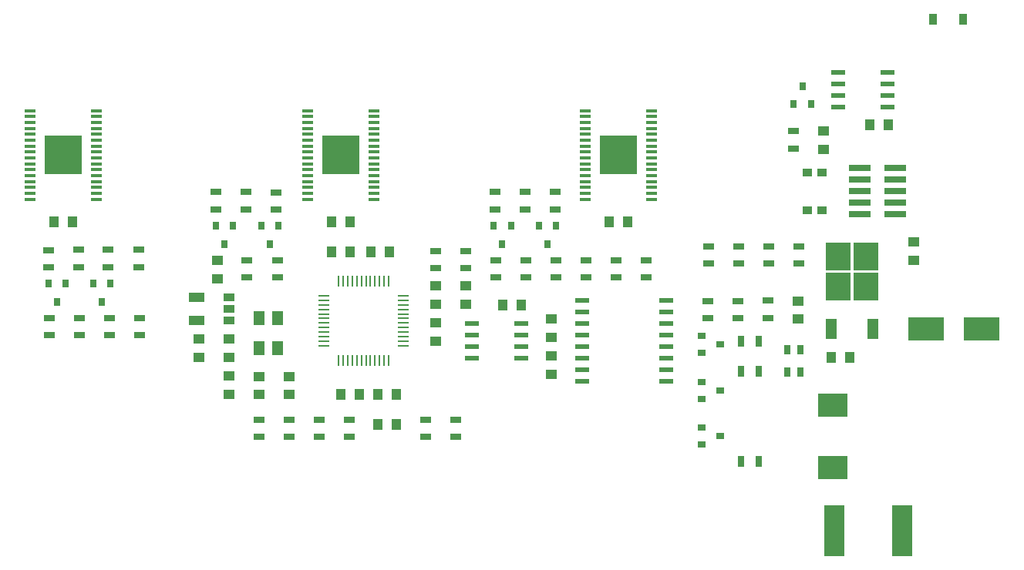
<source format=gbr>
G04 #@! TF.FileFunction,Paste,Top*
%FSLAX46Y46*%
G04 Gerber Fmt 4.6, Leading zero omitted, Abs format (unit mm)*
G04 Created by KiCad (PCBNEW 4.0.7) date Sunday, February 18, 2018 'AMt' 02:02:14 AM*
%MOMM*%
%LPD*%
G01*
G04 APERTURE LIST*
%ADD10C,0.100000*%
%ADD11R,2.300000X5.600000*%
%ADD12R,1.250000X1.000000*%
%ADD13R,1.000000X1.250000*%
%ADD14R,2.400000X0.740000*%
%ADD15R,0.800000X0.900000*%
%ADD16R,0.900000X0.800000*%
%ADD17R,1.300000X0.700000*%
%ADD18R,0.700000X1.300000*%
%ADD19R,1.000000X0.900000*%
%ADD20R,1.300000X0.250000*%
%ADD21R,0.250000X1.300000*%
%ADD22R,1.200000X0.400000*%
%ADD23R,4.110000X4.360000*%
%ADD24R,1.200000X2.200000*%
%ADD25R,2.750000X3.050000*%
%ADD26R,1.500000X0.600000*%
%ADD27R,1.550000X0.600000*%
%ADD28R,4.000000X2.500000*%
%ADD29R,1.800000X1.000000*%
%ADD30R,1.300000X1.600000*%
%ADD31R,0.800000X1.000000*%
%ADD32R,1.270000X0.970000*%
%ADD33R,0.900000X1.200000*%
%ADD34R,3.300000X2.500000*%
G04 APERTURE END LIST*
D10*
D11*
X198975000Y-140970000D03*
X206375000Y-140970000D03*
D12*
X129142000Y-121861000D03*
X129142000Y-119861000D03*
X131174000Y-111257000D03*
X131174000Y-113257000D03*
X132444000Y-125925000D03*
X132444000Y-123925000D03*
X132444000Y-121893000D03*
X132444000Y-119893000D03*
X167877000Y-121766000D03*
X167877000Y-123766000D03*
X197739000Y-97028000D03*
X197739000Y-99028000D03*
X139065000Y-125984000D03*
X139065000Y-123984000D03*
X155177000Y-114051000D03*
X155177000Y-116051000D03*
D13*
X143779000Y-110336000D03*
X145779000Y-110336000D03*
X150859000Y-125957000D03*
X148859000Y-125957000D03*
D12*
X135763000Y-125984000D03*
X135763000Y-123984000D03*
X158479000Y-114051000D03*
X158479000Y-116051000D03*
D13*
X150859000Y-129259000D03*
X148859000Y-129259000D03*
X144795000Y-125957000D03*
X146795000Y-125957000D03*
X148065000Y-110336000D03*
X150065000Y-110336000D03*
D12*
X155177000Y-120115000D03*
X155177000Y-118115000D03*
D13*
X143779000Y-107034000D03*
X145779000Y-107034000D03*
X174259000Y-107034000D03*
X176259000Y-107034000D03*
D14*
X201713000Y-101092000D03*
X205613000Y-101092000D03*
X201713000Y-102362000D03*
X205613000Y-102362000D03*
X201713000Y-103632000D03*
X205613000Y-103632000D03*
X201713000Y-104902000D03*
X205613000Y-104902000D03*
X201713000Y-106172000D03*
X205613000Y-106172000D03*
D15*
X194503000Y-94075000D03*
X196403000Y-94075000D03*
X195453000Y-92075000D03*
D16*
X184387000Y-119485000D03*
X184387000Y-121385000D03*
X186387000Y-120435000D03*
X184387000Y-124565000D03*
X184387000Y-126465000D03*
X186387000Y-125515000D03*
D15*
X114532000Y-113765000D03*
X112632000Y-113765000D03*
X113582000Y-115765000D03*
X119485000Y-113765000D03*
X117585000Y-113765000D03*
X118535000Y-115765000D03*
X163432000Y-107415000D03*
X161532000Y-107415000D03*
X162482000Y-109415000D03*
X168385000Y-107415000D03*
X166485000Y-107415000D03*
X167435000Y-109415000D03*
X132947000Y-107415000D03*
X131047000Y-107415000D03*
X131997000Y-109415000D03*
D17*
X194437000Y-97033000D03*
X194437000Y-98933000D03*
D18*
X190610000Y-120115000D03*
X188710000Y-120115000D03*
X188710000Y-123417000D03*
X190610000Y-123417000D03*
X188710000Y-133323000D03*
X190610000Y-133323000D03*
D17*
X185022000Y-115675000D03*
X185022000Y-117575000D03*
X188324000Y-115675000D03*
X188324000Y-117575000D03*
X191626000Y-115670000D03*
X191626000Y-117570000D03*
X195055000Y-109701000D03*
X195055000Y-111601000D03*
X185149000Y-111601000D03*
X185149000Y-109701000D03*
X188451000Y-109701000D03*
X188451000Y-111601000D03*
X135746000Y-128751000D03*
X135746000Y-130651000D03*
X139048000Y-128751000D03*
X139048000Y-130651000D03*
X142350000Y-128751000D03*
X142350000Y-130651000D03*
X145652000Y-128756000D03*
X145652000Y-130656000D03*
X154034000Y-128751000D03*
X154034000Y-130651000D03*
X157336000Y-128751000D03*
X157336000Y-130651000D03*
X191748000Y-109706000D03*
X191748000Y-111606000D03*
X158479000Y-112114000D03*
X158479000Y-110214000D03*
X155177000Y-112109000D03*
X155177000Y-110209000D03*
X122538000Y-111982000D03*
X122538000Y-110082000D03*
X122665000Y-117580000D03*
X122665000Y-119480000D03*
X112759000Y-117580000D03*
X112759000Y-119480000D03*
X116061000Y-117580000D03*
X116061000Y-119480000D03*
X112632000Y-111987000D03*
X112632000Y-110087000D03*
X115934000Y-111982000D03*
X115934000Y-110082000D03*
X119231000Y-111982000D03*
X119231000Y-110082000D03*
X119363000Y-117575000D03*
X119363000Y-119475000D03*
X161798000Y-111225000D03*
X161798000Y-113125000D03*
X161654000Y-105632000D03*
X161654000Y-103732000D03*
X164956000Y-105632000D03*
X164956000Y-103732000D03*
X168258000Y-105632000D03*
X168258000Y-103732000D03*
X165100000Y-111225000D03*
X165100000Y-113125000D03*
X134471000Y-111230000D03*
X134471000Y-113130000D03*
X131047000Y-105632000D03*
X131047000Y-103732000D03*
X134349000Y-105632000D03*
X134349000Y-103732000D03*
X137651000Y-105637000D03*
X137651000Y-103737000D03*
D19*
X196012000Y-105700000D03*
X197612000Y-105700000D03*
X196012000Y-101600000D03*
X197612000Y-101600000D03*
D20*
X142917000Y-115111000D03*
X142917000Y-115611000D03*
X142917000Y-116111000D03*
X142917000Y-116611000D03*
X142917000Y-117111000D03*
X142917000Y-117611000D03*
X142917000Y-118111000D03*
X142917000Y-118611000D03*
X142917000Y-119111000D03*
X142917000Y-119611000D03*
X142917000Y-120111000D03*
X142917000Y-120611000D03*
D21*
X144517000Y-122211000D03*
X145017000Y-122211000D03*
X145517000Y-122211000D03*
X146017000Y-122211000D03*
X146517000Y-122211000D03*
X147017000Y-122211000D03*
X147517000Y-122211000D03*
X148017000Y-122211000D03*
X148517000Y-122211000D03*
X149017000Y-122211000D03*
X149517000Y-122211000D03*
X150017000Y-122211000D03*
D20*
X151617000Y-120611000D03*
X151617000Y-120111000D03*
X151617000Y-119611000D03*
X151617000Y-119111000D03*
X151617000Y-118611000D03*
X151617000Y-118111000D03*
X151617000Y-117611000D03*
X151617000Y-117111000D03*
X151617000Y-116611000D03*
X151617000Y-116111000D03*
X151617000Y-115611000D03*
X151617000Y-115111000D03*
D21*
X150017000Y-113511000D03*
X149517000Y-113511000D03*
X149017000Y-113511000D03*
X148517000Y-113511000D03*
X148017000Y-113511000D03*
X147517000Y-113511000D03*
X147017000Y-113511000D03*
X146517000Y-113511000D03*
X146017000Y-113511000D03*
X145517000Y-113511000D03*
X145017000Y-113511000D03*
X144517000Y-113511000D03*
D22*
X117918000Y-104521200D03*
X117918000Y-103871200D03*
X117918000Y-103221200D03*
X117918000Y-102571200D03*
X117918000Y-101921200D03*
X117918000Y-101271200D03*
X117918000Y-100621200D03*
X117918000Y-99971200D03*
X117918000Y-99321200D03*
X117918000Y-98671200D03*
X117918000Y-98021200D03*
X117918000Y-97371200D03*
X117918000Y-96721200D03*
X117918000Y-96071200D03*
X117918000Y-95421200D03*
X117918000Y-94771200D03*
X110618000Y-94771200D03*
X110618000Y-95421200D03*
X110618000Y-96071200D03*
X110618000Y-96721200D03*
X110618000Y-97371200D03*
X110618000Y-98021200D03*
X110618000Y-98671200D03*
X110618000Y-99321200D03*
X110618000Y-99971200D03*
X110618000Y-100621200D03*
X110618000Y-101271200D03*
X110618000Y-101921200D03*
X110618000Y-102571200D03*
X110618000Y-103221200D03*
X110618000Y-103871200D03*
X110618000Y-104521200D03*
D23*
X114268000Y-99646200D03*
D22*
X148398000Y-104521200D03*
X148398000Y-103871200D03*
X148398000Y-103221200D03*
X148398000Y-102571200D03*
X148398000Y-101921200D03*
X148398000Y-101271200D03*
X148398000Y-100621200D03*
X148398000Y-99971200D03*
X148398000Y-99321200D03*
X148398000Y-98671200D03*
X148398000Y-98021200D03*
X148398000Y-97371200D03*
X148398000Y-96721200D03*
X148398000Y-96071200D03*
X148398000Y-95421200D03*
X148398000Y-94771200D03*
X141098000Y-94771200D03*
X141098000Y-95421200D03*
X141098000Y-96071200D03*
X141098000Y-96721200D03*
X141098000Y-97371200D03*
X141098000Y-98021200D03*
X141098000Y-98671200D03*
X141098000Y-99321200D03*
X141098000Y-99971200D03*
X141098000Y-100621200D03*
X141098000Y-101271200D03*
X141098000Y-101921200D03*
X141098000Y-102571200D03*
X141098000Y-103221200D03*
X141098000Y-103871200D03*
X141098000Y-104521200D03*
D23*
X144748000Y-99646200D03*
D22*
X178878000Y-104521200D03*
X178878000Y-103871200D03*
X178878000Y-103221200D03*
X178878000Y-102571200D03*
X178878000Y-101921200D03*
X178878000Y-101271200D03*
X178878000Y-100621200D03*
X178878000Y-99971200D03*
X178878000Y-99321200D03*
X178878000Y-98671200D03*
X178878000Y-98021200D03*
X178878000Y-97371200D03*
X178878000Y-96721200D03*
X178878000Y-96071200D03*
X178878000Y-95421200D03*
X178878000Y-94771200D03*
X171578000Y-94771200D03*
X171578000Y-95421200D03*
X171578000Y-96071200D03*
X171578000Y-96721200D03*
X171578000Y-97371200D03*
X171578000Y-98021200D03*
X171578000Y-98671200D03*
X171578000Y-99321200D03*
X171578000Y-99971200D03*
X171578000Y-100621200D03*
X171578000Y-101271200D03*
X171578000Y-101921200D03*
X171578000Y-102571200D03*
X171578000Y-103221200D03*
X171578000Y-103871200D03*
X171578000Y-104521200D03*
D23*
X175228000Y-99646200D03*
D24*
X198640000Y-118745000D03*
X203200000Y-118745000D03*
D25*
X202445000Y-110770000D03*
X199395000Y-114120000D03*
X199395000Y-110770000D03*
X202445000Y-114120000D03*
D26*
X171228000Y-115670000D03*
X171228000Y-116940000D03*
X171228000Y-118210000D03*
X171228000Y-119480000D03*
X171228000Y-120750000D03*
X171228000Y-122020000D03*
X171228000Y-123290000D03*
X171228000Y-124560000D03*
X180528000Y-124560000D03*
X180528000Y-123290000D03*
X180528000Y-122020000D03*
X180528000Y-120750000D03*
X180528000Y-119480000D03*
X180528000Y-118210000D03*
X180528000Y-116940000D03*
X180528000Y-115670000D03*
D27*
X159175000Y-118210000D03*
X159175000Y-119480000D03*
X159175000Y-120750000D03*
X159175000Y-122020000D03*
X164575000Y-122020000D03*
X164575000Y-120750000D03*
X164575000Y-119480000D03*
X164575000Y-118210000D03*
D17*
X137778000Y-111225000D03*
X137778000Y-113125000D03*
X175006000Y-111225000D03*
X175006000Y-113125000D03*
D12*
X194945000Y-115697000D03*
X194945000Y-117697000D03*
X167877000Y-119702000D03*
X167877000Y-117702000D03*
D13*
X162575000Y-116178000D03*
X164575000Y-116178000D03*
X113299000Y-107034000D03*
X115299000Y-107034000D03*
D28*
X209040000Y-118745000D03*
X215140000Y-118745000D03*
D13*
X200643000Y-121893000D03*
X198643000Y-121893000D03*
D29*
X128905000Y-115289000D03*
X128905000Y-117789000D03*
D30*
X135778000Y-117575000D03*
X135778000Y-120875000D03*
X137778000Y-120875000D03*
X137778000Y-117575000D03*
D12*
X207628000Y-111193000D03*
X207628000Y-109193000D03*
D17*
X178308000Y-111225000D03*
X178308000Y-113125000D03*
D13*
X202834000Y-96366200D03*
X204834000Y-96366200D03*
D27*
X199357000Y-90551000D03*
X199357000Y-91821000D03*
X199357000Y-93091000D03*
X199357000Y-94361000D03*
X204757000Y-94361000D03*
X204757000Y-93091000D03*
X204757000Y-91821000D03*
X204757000Y-90551000D03*
D16*
X184419000Y-129579000D03*
X184419000Y-131479000D03*
X186419000Y-130529000D03*
D15*
X137900000Y-107415000D03*
X136000000Y-107415000D03*
X136950000Y-109415000D03*
D17*
X168402000Y-111225000D03*
X168402000Y-113125000D03*
X171704000Y-111225000D03*
X171704000Y-113125000D03*
D31*
X193785000Y-123544000D03*
X193785000Y-121044000D03*
X195185000Y-121044000D03*
X195185000Y-123544000D03*
D32*
X132461000Y-117856000D03*
X132461000Y-116586000D03*
X132461000Y-115316000D03*
D33*
X213106000Y-84709000D03*
X209806000Y-84709000D03*
D34*
X198755000Y-133985000D03*
X198755000Y-127185000D03*
M02*

</source>
